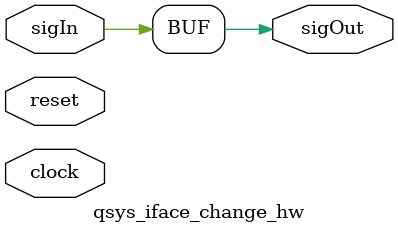
<source format=v>
/*
 * Qsys Interface Changer
 * ------------------------------------------------------
 * By: Thomas Carpenter
 * For: University of Leeds & Georgia Institute of Technology
 * Date: 8th April 2018 (or earlier)
 *
 * Module Description:
 * -------------------
 *
 * This block is just a Qsys helper function - does nothing more than send the incoming signal back out.
 *
 */

module qsys_iface_change_hw #(
    parameter WIDTH = 1
)(
    input              clock, //Dummy, used for Av-St to Conduit
    input              reset, //Dummy, used for Av-St to Conduit
    input  [WIDTH-1:0] sigIn, //---.
    output [WIDTH-1:0] sigOut //<--'
);

assign sigOut = sigIn;


endmodule

</source>
